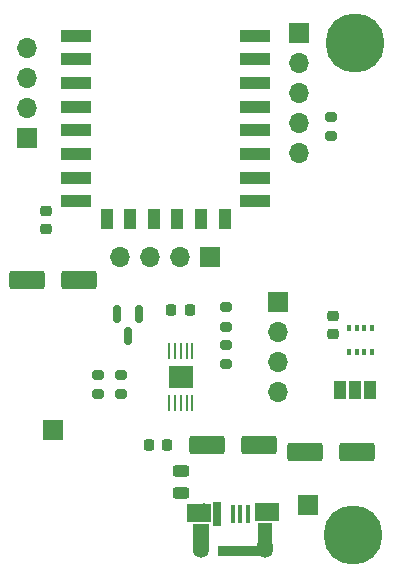
<source format=gbr>
%TF.GenerationSoftware,KiCad,Pcbnew,(6.0.0)*%
%TF.CreationDate,2022-01-25T23:20:27+01:00*%
%TF.ProjectId,esp-temp-thingi-pcb,6573702d-7465-46d7-902d-7468696e6769,rev?*%
%TF.SameCoordinates,Original*%
%TF.FileFunction,Soldermask,Top*%
%TF.FilePolarity,Negative*%
%FSLAX46Y46*%
G04 Gerber Fmt 4.6, Leading zero omitted, Abs format (unit mm)*
G04 Created by KiCad (PCBNEW (6.0.0)) date 2022-01-25 23:20:27*
%MOMM*%
%LPD*%
G01*
G04 APERTURE LIST*
G04 Aperture macros list*
%AMRoundRect*
0 Rectangle with rounded corners*
0 $1 Rounding radius*
0 $2 $3 $4 $5 $6 $7 $8 $9 X,Y pos of 4 corners*
0 Add a 4 corners polygon primitive as box body*
4,1,4,$2,$3,$4,$5,$6,$7,$8,$9,$2,$3,0*
0 Add four circle primitives for the rounded corners*
1,1,$1+$1,$2,$3*
1,1,$1+$1,$4,$5*
1,1,$1+$1,$6,$7*
1,1,$1+$1,$8,$9*
0 Add four rect primitives between the rounded corners*
20,1,$1+$1,$2,$3,$4,$5,0*
20,1,$1+$1,$4,$5,$6,$7,0*
20,1,$1+$1,$6,$7,$8,$9,0*
20,1,$1+$1,$8,$9,$2,$3,0*%
G04 Aperture macros list end*
%ADD10R,1.700000X1.700000*%
%ADD11O,1.700000X1.700000*%
%ADD12RoundRect,0.225000X-0.250000X0.225000X-0.250000X-0.225000X0.250000X-0.225000X0.250000X0.225000X0*%
%ADD13RoundRect,0.243750X-0.456250X0.243750X-0.456250X-0.243750X0.456250X-0.243750X0.456250X0.243750X0*%
%ADD14R,0.640000X2.030000*%
%ADD15R,0.400000X1.650000*%
%ADD16O,1.350000X1.700000*%
%ADD17R,1.340000X2.315000*%
%ADD18O,1.100000X1.500000*%
%ADD19R,2.000000X1.500000*%
%ADD20R,1.260000X2.345000*%
%ADD21R,4.370000X0.910000*%
%ADD22RoundRect,0.200000X-0.275000X0.200000X-0.275000X-0.200000X0.275000X-0.200000X0.275000X0.200000X0*%
%ADD23R,2.500000X1.000000*%
%ADD24R,1.000000X1.800000*%
%ADD25RoundRect,0.250000X-1.250000X-0.550000X1.250000X-0.550000X1.250000X0.550000X-1.250000X0.550000X0*%
%ADD26RoundRect,0.225000X0.225000X0.250000X-0.225000X0.250000X-0.225000X-0.250000X0.225000X-0.250000X0*%
%ADD27C,5.000000*%
%ADD28RoundRect,0.200000X0.275000X-0.200000X0.275000X0.200000X-0.275000X0.200000X-0.275000X-0.200000X0*%
%ADD29R,0.350000X0.500000*%
%ADD30R,1.000000X1.500000*%
%ADD31R,0.279400X1.397000*%
%ADD32R,2.159000X1.930400*%
%ADD33RoundRect,0.218750X-0.218750X-0.256250X0.218750X-0.256250X0.218750X0.256250X-0.218750X0.256250X0*%
%ADD34RoundRect,0.150000X-0.150000X0.587500X-0.150000X-0.587500X0.150000X-0.587500X0.150000X0.587500X0*%
%ADD35RoundRect,0.250000X1.250000X0.550000X-1.250000X0.550000X-1.250000X-0.550000X1.250000X-0.550000X0*%
G04 APERTURE END LIST*
D10*
%TO.C,J5*%
X162560000Y-95895000D03*
D11*
X162560000Y-98435000D03*
X162560000Y-100975000D03*
X162560000Y-103515000D03*
%TD*%
D12*
%TO.C,C4*%
X142875000Y-88125000D03*
X142875000Y-89675000D03*
%TD*%
D13*
%TO.C,F2*%
X154305000Y-110187500D03*
X154305000Y-112062500D03*
%TD*%
D14*
%TO.C,J6*%
X157425000Y-113805000D03*
D15*
X158725000Y-113805000D03*
X159375000Y-113805000D03*
X160025000Y-113805000D03*
D16*
X155995000Y-116685000D03*
D17*
X155995000Y-115755000D03*
D18*
X161145000Y-113685000D03*
D19*
X161625000Y-113685000D03*
D18*
X156305000Y-113685000D03*
D20*
X161475000Y-115755000D03*
D16*
X161455000Y-116685000D03*
D19*
X155875000Y-113705000D03*
D21*
X159685000Y-116955000D03*
%TD*%
D22*
%TO.C,R19*%
X147320000Y-102045000D03*
X147320000Y-103695000D03*
%TD*%
D10*
%TO.C,J1*%
X156835000Y-92075000D03*
D11*
X154295000Y-92075000D03*
X151755000Y-92075000D03*
X149215000Y-92075000D03*
%TD*%
D23*
%TO.C,U2*%
X145435000Y-73335000D03*
X145435000Y-75335000D03*
X145435000Y-77335000D03*
X145435000Y-79335000D03*
X145435000Y-81335000D03*
X145435000Y-83335000D03*
X145435000Y-85335000D03*
X145435000Y-87335000D03*
D24*
X148035000Y-88835000D03*
X150035000Y-88835000D03*
X152035000Y-88835000D03*
X154035000Y-88835000D03*
X156035000Y-88835000D03*
X158035000Y-88835000D03*
D23*
X160635000Y-87335000D03*
X160635000Y-85335000D03*
X160635000Y-83335000D03*
X160635000Y-81335000D03*
X160635000Y-79335000D03*
X160635000Y-77335000D03*
X160635000Y-75335000D03*
X160635000Y-73335000D03*
%TD*%
D25*
%TO.C,C3*%
X141310000Y-93980000D03*
X145710000Y-93980000D03*
%TD*%
D10*
%TO.C,J2*%
X143510000Y-106680000D03*
%TD*%
D26*
%TO.C,C2*%
X153175000Y-107950000D03*
X151625000Y-107950000D03*
%TD*%
D25*
%TO.C,C1*%
X156550000Y-107950000D03*
X160950000Y-107950000D03*
%TD*%
D27*
%TO.C,REF\u002A\u002A*%
X169113200Y-73964800D03*
%TD*%
D28*
%TO.C,R18*%
X149225000Y-103695000D03*
X149225000Y-102045000D03*
%TD*%
%TO.C,R17*%
X167081200Y-81825600D03*
X167081200Y-80175600D03*
%TD*%
D29*
%TO.C,U4*%
X168570000Y-98035000D03*
X169220000Y-98035000D03*
X169870000Y-98035000D03*
X170520000Y-98035000D03*
X170520000Y-100085000D03*
X169870000Y-100085000D03*
X169220000Y-100085000D03*
X168570000Y-100085000D03*
%TD*%
D30*
%TO.C,JP1*%
X167762400Y-103327200D03*
X169062400Y-103327200D03*
X170362400Y-103327200D03*
%TD*%
D12*
%TO.C,C8*%
X167233600Y-97040400D03*
X167233600Y-98590400D03*
%TD*%
D22*
%TO.C,R15*%
X158115000Y-99505000D03*
X158115000Y-101155000D03*
%TD*%
D31*
%TO.C,U1*%
X153304240Y-104419400D03*
X153804620Y-104419400D03*
X154305000Y-104419400D03*
X154805380Y-104419400D03*
X155305760Y-104419400D03*
X155305760Y-100050600D03*
X154805380Y-100050600D03*
X154305000Y-100050600D03*
X153804620Y-100050600D03*
X153304240Y-100050600D03*
D32*
X154305000Y-102235000D03*
%TD*%
D33*
%TO.C,L1*%
X153517500Y-96520000D03*
X155092500Y-96520000D03*
%TD*%
D10*
%TO.C,J7*%
X164338000Y-73126600D03*
D11*
X164338000Y-75666600D03*
X164338000Y-78206600D03*
X164338000Y-80746600D03*
X164338000Y-83286600D03*
%TD*%
D22*
%TO.C,R14*%
X158115000Y-96330000D03*
X158115000Y-97980000D03*
%TD*%
D34*
%TO.C,Q1*%
X150810000Y-96852500D03*
X148910000Y-96852500D03*
X149860000Y-98727500D03*
%TD*%
D10*
%TO.C,J4*%
X141274800Y-82006600D03*
D11*
X141274800Y-79466600D03*
X141274800Y-76926600D03*
X141274800Y-74386600D03*
%TD*%
D35*
%TO.C,C5*%
X169205000Y-108585000D03*
X164805000Y-108585000D03*
%TD*%
D27*
%TO.C,*%
X168910000Y-115570000D03*
%TD*%
D10*
%TO.C,J3*%
X165100000Y-113030000D03*
%TD*%
M02*

</source>
